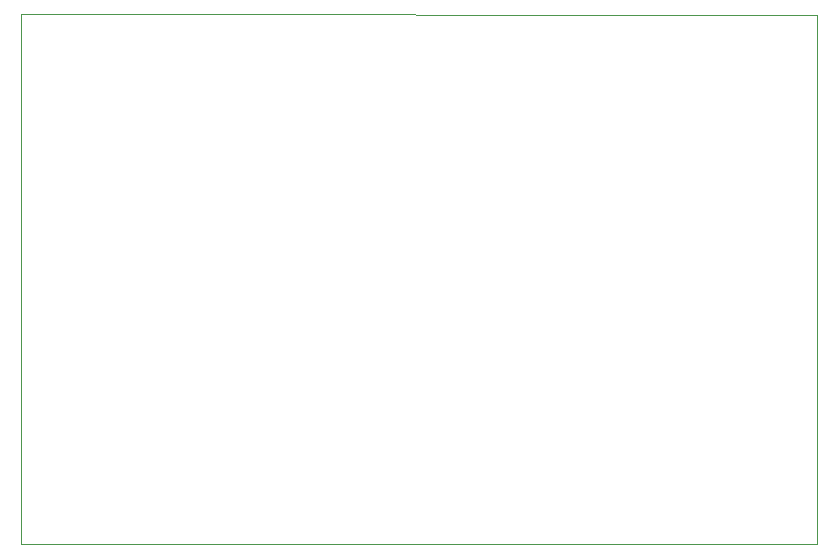
<source format=gbr>
G04 #@! TF.FileFunction,Profile,NP*
%FSLAX46Y46*%
G04 Gerber Fmt 4.6, Leading zero omitted, Abs format (unit mm)*
G04 Created by KiCad (PCBNEW 4.0.6) date 01/04/18 12:36:32*
%MOMM*%
%LPD*%
G01*
G04 APERTURE LIST*
%ADD10C,0.100000*%
G04 APERTURE END LIST*
D10*
X162671760Y-101437440D02*
X95285560Y-101356160D01*
X162671760Y-146263360D02*
X162671760Y-101437440D01*
X95265240Y-146263360D02*
X162671760Y-146263360D01*
X95265240Y-101340920D02*
X95265240Y-146263360D01*
M02*

</source>
